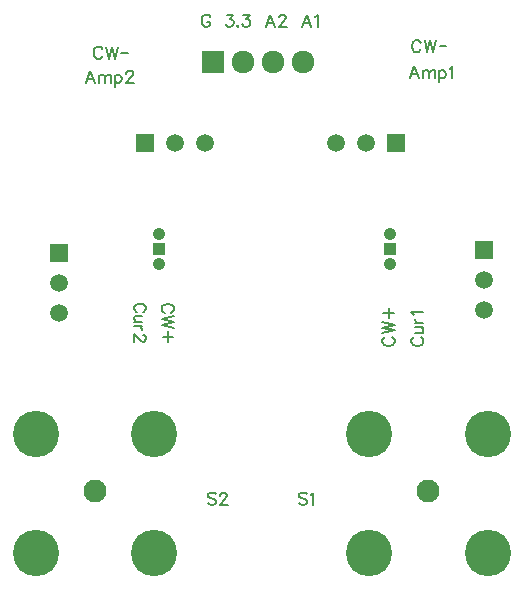
<source format=gbr>
%TF.GenerationSoftware,Novarm,DipTrace,4.2.0.1*%
%TF.CreationDate,2022-05-12T15:21:16+00:00*%
%FSLAX35Y35*%
%MOMM*%
%TF.FileFunction,Copper,L1,Top*%
%TF.Part,Single*%
%ADD51C,0.15686*%
%TA.AperFunction,ComponentPad*%
%ADD18R,1.92X1.92*%
%ADD19C,1.92*%
%ADD22C,1.95*%
%ADD23C,3.916*%
%ADD24R,1.5X1.5*%
%ADD25C,1.5*%
%ADD26R,1.05X1.05*%
%ADD27C,1.05*%
G75*
G01*
%LPD*%
D18*
X3055544Y5508150D3*
D19*
X3309544Y5508161D3*
X3563544Y5508172D3*
X3817544Y5508183D3*
D22*
X4877820Y1874567D3*
D23*
X5382820Y1354567D3*
Y2359567D3*
X4377820D3*
Y1354567D3*
D22*
X2053169Y1874567D3*
D23*
X2558192Y1354589D3*
X2558148Y2359589D3*
X1553148Y2359545D3*
X1553192Y1354545D3*
D24*
X5352495Y3920991D3*
D25*
X5352517Y3666991D3*
X5352538Y3412991D3*
D24*
X4604374Y4822519D3*
D25*
X4350374Y4822513D3*
X4096374Y4822508D3*
D24*
X2479993Y4822506D3*
D25*
X2733993Y4822513D3*
X2987993Y4822521D3*
D24*
X1749937Y3891103D3*
D25*
Y3637103D3*
Y3383103D3*
D26*
X4554037Y3927754D3*
D27*
X4554030Y4054754D3*
X4554044Y3800754D3*
D26*
X2598950Y3927760D3*
D27*
Y4054760D3*
Y3800760D3*
X3031711Y5887815D2*
D51*
X3026882Y5897473D1*
X3017111Y5907244D1*
X3007452Y5912073D1*
X2988023D1*
X2978252Y5907244D1*
X2968594Y5897473D1*
X2963652Y5887815D1*
X2958823Y5873215D1*
Y5848844D1*
X2963652Y5834356D1*
X2968594Y5824586D1*
X2978252Y5814927D1*
X2988023Y5809986D1*
X3007452D1*
X3017111Y5814927D1*
X3026882Y5824586D1*
X3031711Y5834356D1*
Y5848844D1*
X3007452D1*
X3171611Y5911961D2*
X3224957D1*
X3195870Y5873103D1*
X3210470D1*
X3220128Y5868273D1*
X3224957Y5863444D1*
X3229899Y5848844D1*
Y5839186D1*
X3224957Y5824586D1*
X3215299Y5814815D1*
X3200699Y5809986D1*
X3186099D1*
X3171611Y5814815D1*
X3166782Y5819756D1*
X3161841Y5829415D1*
X3266101Y5819756D2*
X3261272Y5814815D1*
X3266101Y5809986D1*
X3271042Y5814815D1*
X3266101Y5819756D1*
X3312186Y5911961D2*
X3365532D1*
X3336444Y5873103D1*
X3351044D1*
X3360703Y5868273D1*
X3365532Y5863444D1*
X3370473Y5848844D1*
Y5839186D1*
X3365532Y5824586D1*
X3355873Y5814815D1*
X3341273Y5809986D1*
X3326673D1*
X3312186Y5814815D1*
X3307356Y5819756D1*
X3302415Y5829415D1*
X3578432Y5809986D2*
X3539462Y5912073D1*
X3500603Y5809986D1*
X3515203Y5844015D2*
X3563832D1*
X3614746Y5887703D2*
Y5892532D1*
X3619576Y5902303D1*
X3624405Y5907132D1*
X3634176Y5911961D1*
X3653605D1*
X3663263Y5907132D1*
X3668093Y5902303D1*
X3673034Y5892532D1*
Y5882873D1*
X3668093Y5873103D1*
X3658434Y5858615D1*
X3609805Y5809986D1*
X3677863D1*
X3885822D2*
X3846851Y5912073D1*
X3807993Y5809986D1*
X3822593Y5844015D2*
X3871222D1*
X3917195Y5892532D2*
X3926966Y5897473D1*
X3941566Y5911961D1*
Y5809986D1*
X3079745Y1848853D2*
X3070086Y1858624D1*
X3055486Y1863453D1*
X3036057D1*
X3021457Y1858624D1*
X3011686Y1848853D1*
Y1839195D1*
X3016628Y1829424D1*
X3021457Y1824595D1*
X3031116Y1819766D1*
X3060316Y1809995D1*
X3070086Y1805166D1*
X3074916Y1800224D1*
X3079745Y1790566D1*
Y1775966D1*
X3070086Y1766307D1*
X3055486Y1761366D1*
X3036057D1*
X3021457Y1766307D1*
X3011686Y1775966D1*
X3116059Y1839083D2*
Y1843912D1*
X3120888Y1853683D1*
X3125717Y1858512D1*
X3135488Y1863341D1*
X3154917D1*
X3164576Y1858512D1*
X3169405Y1853683D1*
X3174347Y1843912D1*
Y1834253D1*
X3169405Y1824483D1*
X3159747Y1809995D1*
X3111117Y1761366D1*
X3179176D1*
X3849935Y1848853D2*
X3840276Y1858624D1*
X3825676Y1863453D1*
X3806247D1*
X3791647Y1858624D1*
X3781876Y1848853D1*
Y1839195D1*
X3786818Y1829424D1*
X3791647Y1824595D1*
X3801306Y1819766D1*
X3830506Y1809995D1*
X3840276Y1805166D1*
X3845106Y1800224D1*
X3849935Y1790566D1*
Y1775966D1*
X3840276Y1766307D1*
X3825676Y1761366D1*
X3806247D1*
X3791647Y1766307D1*
X3781876Y1775966D1*
X3881307Y1843912D2*
X3891078Y1848853D1*
X3905678Y1863341D1*
Y1761366D1*
X4758979Y3181084D2*
X4749320Y3176255D1*
X4739549Y3166484D1*
X4734720Y3156826D1*
Y3137396D1*
X4739549Y3127626D1*
X4749320Y3117967D1*
X4758979Y3113026D1*
X4773579Y3108196D1*
X4797949D1*
X4812437Y3113026D1*
X4822208Y3117967D1*
X4831866Y3127626D1*
X4836808Y3137396D1*
Y3156826D1*
X4831866Y3166484D1*
X4822208Y3176255D1*
X4812437Y3181084D1*
X4768749Y3212457D2*
X4817379D1*
X4831866Y3217286D1*
X4836808Y3227057D1*
Y3241657D1*
X4831866Y3251315D1*
X4817379Y3265915D1*
X4768749D2*
X4836808D1*
X4768749Y3297288D2*
X4836808D1*
X4797949D2*
X4783349Y3302229D1*
X4773579Y3311888D1*
X4768749Y3321658D1*
Y3336258D1*
X4754262Y3367631D2*
X4749320Y3377402D1*
X4734832Y3392002D1*
X4836808D1*
X2463431Y3392369D2*
X2473090Y3397198D1*
X2482861Y3406969D1*
X2487690Y3416628D1*
Y3436057D1*
X2482861Y3445828D1*
X2473090Y3455486D1*
X2463431Y3460428D1*
X2448831Y3465257D1*
X2424461D1*
X2409973Y3460428D1*
X2400202Y3455486D1*
X2390544Y3445828D1*
X2385602Y3436057D1*
Y3416628D1*
X2390544Y3406969D1*
X2400202Y3397198D1*
X2409973Y3392369D1*
X2453661Y3360997D2*
X2405031D1*
X2390544Y3356167D1*
X2385602Y3346397D1*
Y3331797D1*
X2390544Y3322138D1*
X2405031Y3307538D1*
X2453661D2*
X2385602D1*
X2453661Y3276166D2*
X2385602D1*
X2424461D2*
X2439061Y3271224D1*
X2448831Y3261566D1*
X2453661Y3251795D1*
Y3237195D1*
X2463319Y3200881D2*
X2468148D1*
X2477919Y3196052D1*
X2482748Y3191222D1*
X2487578Y3181452D1*
Y3162022D1*
X2482748Y3152364D1*
X2477919Y3147535D1*
X2468148Y3142593D1*
X2458490D1*
X2448719Y3147535D1*
X2434231Y3157193D1*
X2385602Y3205822D1*
Y3137764D1*
X2056212Y5333769D2*
X2017242Y5435857D1*
X1978383Y5333769D1*
X1992983Y5367798D2*
X2041612D1*
X2087585Y5401827D2*
Y5333769D1*
Y5382398D2*
X2102185Y5396998D1*
X2111956Y5401827D1*
X2126443D1*
X2136214Y5396998D1*
X2141043Y5382398D1*
Y5333769D1*
Y5382398D2*
X2155643Y5396998D1*
X2165414Y5401827D1*
X2179902D1*
X2189673Y5396998D1*
X2194614Y5382398D1*
Y5333769D1*
X2225987Y5401827D2*
Y5299740D1*
Y5387227D2*
X2235757Y5396886D1*
X2245416Y5401827D1*
X2260016D1*
X2269787Y5396886D1*
X2279445Y5387227D1*
X2284387Y5372627D1*
Y5362857D1*
X2279445Y5348369D1*
X2269787Y5338598D1*
X2260016Y5333769D1*
X2245416D1*
X2235757Y5338598D1*
X2225987Y5348369D1*
X2320701Y5411486D2*
Y5416315D1*
X2325530Y5426086D1*
X2330359Y5430915D1*
X2340130Y5435744D1*
X2359559D1*
X2369218Y5430915D1*
X2374047Y5426086D1*
X2378988Y5416315D1*
Y5406657D1*
X2374047Y5396886D1*
X2364388Y5382398D1*
X2315759Y5333769D1*
X2383818D1*
X4798876Y5372389D2*
X4759905Y5474477D1*
X4721046Y5372389D1*
X4735646Y5406418D2*
X4784276D1*
X4830248Y5440447D2*
Y5372389D1*
Y5421018D2*
X4844848Y5435618D1*
X4854619Y5440447D1*
X4869107D1*
X4878877Y5435618D1*
X4883707Y5421018D1*
Y5372389D1*
Y5421018D2*
X4898307Y5435618D1*
X4908077Y5440447D1*
X4922565D1*
X4932336Y5435618D1*
X4937277Y5421018D1*
Y5372389D1*
X4968650Y5440447D2*
Y5338360D1*
Y5425847D2*
X4978421Y5435506D1*
X4988079Y5440447D1*
X5002679D1*
X5012450Y5435506D1*
X5022108Y5425847D1*
X5027050Y5411247D1*
Y5401477D1*
X5022108Y5386989D1*
X5012450Y5377218D1*
X5002679Y5372389D1*
X4988079D1*
X4978421Y5377218D1*
X4968650Y5386989D1*
X5058423Y5454935D2*
X5068193Y5459877D1*
X5082793Y5474364D1*
Y5372389D1*
X2698627Y3388812D2*
X2708285Y3393641D1*
X2718056Y3403412D1*
X2722885Y3413071D1*
Y3432500D1*
X2718056Y3442271D1*
X2708285Y3451929D1*
X2698627Y3456871D1*
X2684027Y3461700D1*
X2659656D1*
X2645169Y3456871D1*
X2635398Y3451929D1*
X2625739Y3442271D1*
X2620798Y3432500D1*
Y3413071D1*
X2625739Y3403412D1*
X2635398Y3393641D1*
X2645169Y3388812D1*
X2722885Y3357440D2*
X2620798Y3333069D1*
X2722885Y3308810D1*
X2620798Y3284552D1*
X2722885Y3260181D1*
X2715529Y3185121D2*
X2628042D1*
X2671729Y3228809D2*
Y3141321D1*
X4514406Y3181084D2*
X4504747Y3176255D1*
X4494977Y3166484D1*
X4490147Y3156826D1*
Y3137396D1*
X4494977Y3127626D1*
X4504747Y3117967D1*
X4514406Y3113026D1*
X4529006Y3108196D1*
X4553377D1*
X4567864Y3113026D1*
X4577635Y3117967D1*
X4587294Y3127626D1*
X4592235Y3137396D1*
Y3156826D1*
X4587294Y3166484D1*
X4577635Y3176255D1*
X4567864Y3181084D1*
X4490147Y3212457D2*
X4592235Y3236827D1*
X4490147Y3261086D1*
X4592235Y3285344D1*
X4490147Y3309715D1*
X4497504Y3384775D2*
X4584991D1*
X4541304Y3341088D2*
Y3428575D1*
X4814618Y5671315D2*
X4809789Y5680973D1*
X4800018Y5690744D1*
X4790360Y5695573D1*
X4770930D1*
X4761160Y5690744D1*
X4751501Y5680973D1*
X4746560Y5671315D1*
X4741730Y5656715D1*
Y5632344D1*
X4746560Y5617856D1*
X4751501Y5608085D1*
X4761160Y5598427D1*
X4770930Y5593485D1*
X4790360D1*
X4800018Y5598427D1*
X4809789Y5608085D1*
X4814618Y5617856D1*
X4845991Y5695573D2*
X4870361Y5593485D1*
X4894620Y5695573D1*
X4918878Y5593485D1*
X4943249Y5695573D1*
X4974622Y5644473D2*
X5030776D1*
X2119238Y5616182D2*
X2114408Y5625841D1*
X2104638Y5635612D1*
X2094979Y5640441D1*
X2075550D1*
X2065779Y5635612D1*
X2056121Y5625841D1*
X2051179Y5616182D1*
X2046350Y5601582D1*
Y5577212D1*
X2051179Y5562724D1*
X2056121Y5552953D1*
X2065779Y5543295D1*
X2075550Y5538353D1*
X2094979D1*
X2104638Y5543295D1*
X2114408Y5552953D1*
X2119238Y5562724D1*
X2150610Y5640441D2*
X2174981Y5538353D1*
X2199239Y5640441D1*
X2223498Y5538353D1*
X2247869Y5640441D1*
X2279241Y5589341D2*
X2335395D1*
M02*

</source>
